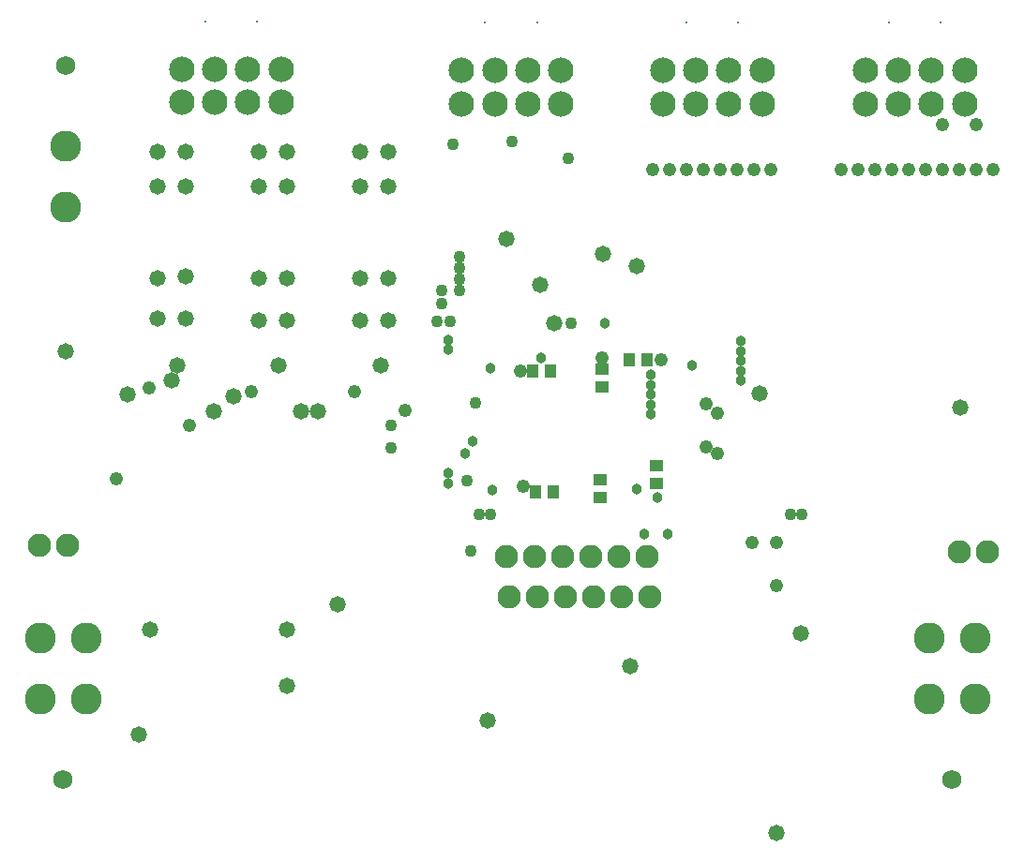
<source format=gbs>
G04*
G04 #@! TF.GenerationSoftware,Altium Limited,CircuitStudio,1.5.2 (30)*
G04*
G04 Layer_Color=8150272*
%FSLAX25Y25*%
%MOIN*%
G70*
G01*
G75*
%ADD53R,0.04737X0.04343*%
%ADD61R,0.04343X0.04737*%
%ADD73C,0.08280*%
%ADD74C,0.11036*%
%ADD75C,0.06800*%
%ADD76C,0.00800*%
%ADD77C,0.09068*%
%ADD78C,0.03800*%
%ADD79C,0.05800*%
%ADD80C,0.04300*%
%ADD81C,0.04800*%
D53*
X322500Y226850D02*
D03*
Y233150D02*
D03*
X342500Y238150D02*
D03*
Y231850D02*
D03*
X323000Y266350D02*
D03*
Y272650D02*
D03*
D61*
X305650Y229000D02*
D03*
X299350D02*
D03*
X304650Y272000D02*
D03*
X298350D02*
D03*
X332850Y276000D02*
D03*
X339150D02*
D03*
D73*
X290000Y191500D02*
D03*
X300000D02*
D03*
X310000D02*
D03*
X320000D02*
D03*
X330000D02*
D03*
X340000D02*
D03*
X339000Y206000D02*
D03*
X329000D02*
D03*
X319000D02*
D03*
X309000D02*
D03*
X299000D02*
D03*
X289000D02*
D03*
X450000Y207500D02*
D03*
X460000D02*
D03*
X133000Y210000D02*
D03*
X123000D02*
D03*
D74*
X439232Y155224D02*
D03*
Y176878D02*
D03*
X455768D02*
D03*
Y155224D02*
D03*
X132500Y351902D02*
D03*
Y330248D02*
D03*
X123232Y155224D02*
D03*
Y176878D02*
D03*
X139768D02*
D03*
Y155224D02*
D03*
D75*
X447500Y126484D02*
D03*
X132500Y380642D02*
D03*
X131500Y126484D02*
D03*
D76*
X281492Y395819D02*
D03*
X299996D02*
D03*
X352992D02*
D03*
X371496D02*
D03*
X424992D02*
D03*
X443496D02*
D03*
X181992Y396319D02*
D03*
X200496D02*
D03*
D77*
X308500Y378811D02*
D03*
X296689D02*
D03*
X284878D02*
D03*
X273067D02*
D03*
Y367000D02*
D03*
X284878D02*
D03*
X296689D02*
D03*
X308500D02*
D03*
X380000Y378811D02*
D03*
X368189D02*
D03*
X356378D02*
D03*
X344567D02*
D03*
Y367000D02*
D03*
X356378D02*
D03*
X368189D02*
D03*
X380000D02*
D03*
X452000Y378811D02*
D03*
X440189D02*
D03*
X428378D02*
D03*
X416567D02*
D03*
Y367000D02*
D03*
X428378D02*
D03*
X440189D02*
D03*
X452000D02*
D03*
X209000Y379311D02*
D03*
X197189D02*
D03*
X185378D02*
D03*
X173567D02*
D03*
Y367500D02*
D03*
X185378D02*
D03*
X197189D02*
D03*
X209000D02*
D03*
D78*
X335500Y230000D02*
D03*
X324000Y289000D02*
D03*
X355000Y274000D02*
D03*
X284000Y229500D02*
D03*
X342744Y227000D02*
D03*
X283500Y273000D02*
D03*
X301284Y276783D02*
D03*
X346500Y214000D02*
D03*
X338000D02*
D03*
X268500Y283000D02*
D03*
Y235500D02*
D03*
Y232000D02*
D03*
Y279500D02*
D03*
X372500Y268500D02*
D03*
Y272000D02*
D03*
Y275500D02*
D03*
Y279000D02*
D03*
Y282500D02*
D03*
X340500Y256500D02*
D03*
Y260000D02*
D03*
Y263500D02*
D03*
Y267000D02*
D03*
Y270500D02*
D03*
X277000Y247000D02*
D03*
X274500Y242500D02*
D03*
D79*
X385000Y107500D02*
D03*
X301000Y302500D02*
D03*
X289000Y319000D02*
D03*
X335500Y309256D02*
D03*
X323500Y313500D02*
D03*
X393839Y178661D02*
D03*
X450500Y259000D02*
D03*
X211000Y180000D02*
D03*
X162500D02*
D03*
X211000Y160000D02*
D03*
X158500Y142500D02*
D03*
X379000Y264000D02*
D03*
X333000Y167000D02*
D03*
X282500Y147500D02*
D03*
X175000Y350000D02*
D03*
Y337500D02*
D03*
X165000D02*
D03*
X201000Y350000D02*
D03*
X211000D02*
D03*
Y337500D02*
D03*
X201000D02*
D03*
X237000Y350000D02*
D03*
X247000D02*
D03*
Y337500D02*
D03*
X237000D02*
D03*
X165000Y305000D02*
D03*
X175000Y305500D02*
D03*
X165000Y290500D02*
D03*
X201000Y305000D02*
D03*
X211000D02*
D03*
Y290000D02*
D03*
X201000D02*
D03*
X237000Y305000D02*
D03*
Y290000D02*
D03*
X247000Y305000D02*
D03*
Y290000D02*
D03*
X175000Y290500D02*
D03*
X222000Y257500D02*
D03*
X185000D02*
D03*
X244500Y274000D02*
D03*
X208000D02*
D03*
X172000D02*
D03*
X154500Y263500D02*
D03*
X165000Y350000D02*
D03*
X192000Y263000D02*
D03*
X170000Y268500D02*
D03*
X216000Y257500D02*
D03*
X132500Y279000D02*
D03*
X306000Y289000D02*
D03*
X229000Y189000D02*
D03*
D80*
X270000Y352500D02*
D03*
X311000Y347500D02*
D03*
X276500Y208000D02*
D03*
X312000Y289000D02*
D03*
X394000Y221000D02*
D03*
X390000D02*
D03*
X279500D02*
D03*
X283500D02*
D03*
X278000Y260500D02*
D03*
X275000Y233000D02*
D03*
X272500Y312500D02*
D03*
Y308500D02*
D03*
Y304500D02*
D03*
X291000Y353500D02*
D03*
X248000Y252500D02*
D03*
Y244626D02*
D03*
X264500Y289500D02*
D03*
X266000Y296000D02*
D03*
X269000Y289500D02*
D03*
X266000Y300500D02*
D03*
X272500D02*
D03*
D81*
X295000Y231000D02*
D03*
X176500Y252500D02*
D03*
X198500Y264500D02*
D03*
X162000Y266000D02*
D03*
X235000Y264500D02*
D03*
X253000Y258000D02*
D03*
X444000Y359500D02*
D03*
X456000D02*
D03*
X383000Y343500D02*
D03*
X377000D02*
D03*
X371000D02*
D03*
X365000D02*
D03*
X359000D02*
D03*
X353000D02*
D03*
X347000D02*
D03*
X341000D02*
D03*
X408000D02*
D03*
X414000D02*
D03*
X420000D02*
D03*
X426000D02*
D03*
X432000D02*
D03*
X438000D02*
D03*
X444000D02*
D03*
X450000D02*
D03*
X456000D02*
D03*
X462000D02*
D03*
X323000Y276500D02*
D03*
X344000Y276000D02*
D03*
X294000Y272000D02*
D03*
X360000Y245000D02*
D03*
X360126Y260374D02*
D03*
X364000Y242500D02*
D03*
Y257000D02*
D03*
X385000Y211000D02*
D03*
X385177Y195500D02*
D03*
X376500Y211000D02*
D03*
X150500Y233500D02*
D03*
M02*

</source>
